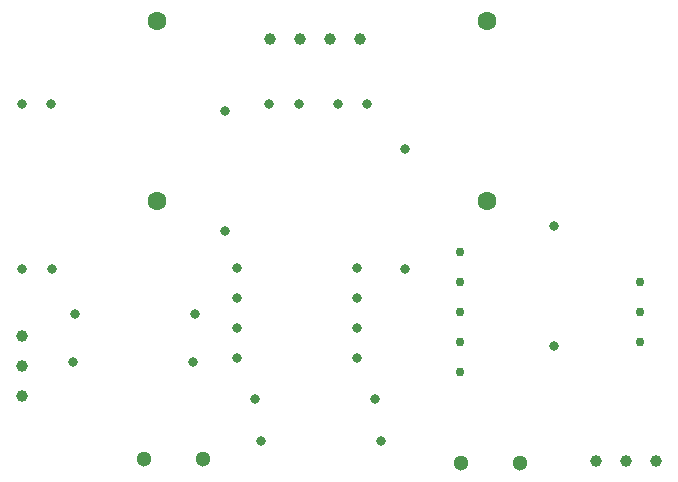
<source format=gbr>
%TF.GenerationSoftware,KiCad,Pcbnew,8.0.1*%
%TF.CreationDate,2024-09-12T20:00:03-03:00*%
%TF.ProjectId,monitor_solar_v2,6d6f6e69-746f-4725-9f73-6f6c61725f76,rev?*%
%TF.SameCoordinates,PX602d950PY4d2bdc0*%
%TF.FileFunction,Plated,1,2,PTH,Drill*%
%TF.FilePolarity,Positive*%
%FSLAX46Y46*%
G04 Gerber Fmt 4.6, Leading zero omitted, Abs format (unit mm)*
G04 Created by KiCad (PCBNEW 8.0.1) date 2024-09-12 20:00:03*
%MOMM*%
%LPD*%
G01*
G04 APERTURE LIST*
%TA.AperFunction,ComponentDrill*%
%ADD10C,0.762000*%
%TD*%
%TA.AperFunction,ComponentDrill*%
%ADD11C,0.800000*%
%TD*%
%TA.AperFunction,ComponentDrill*%
%ADD12C,1.000000*%
%TD*%
%TA.AperFunction,ComponentDrill*%
%ADD13C,1.300000*%
%TD*%
%TA.AperFunction,ComponentDrill*%
%ADD14C,1.600000*%
%TD*%
G04 APERTURE END LIST*
D10*
%TO.C,U1*%
X40965000Y23280000D03*
X40965000Y20740000D03*
X40965000Y18200000D03*
X40965000Y15660000D03*
X40965000Y13120000D03*
X56205000Y20740000D03*
X56205000Y18200000D03*
X56205000Y15660000D03*
D11*
%TO.C,C5*%
X3900113Y35835000D03*
%TO.C,C4*%
X3925000Y21865000D03*
%TO.C,C5*%
X6400113Y35835000D03*
%TO.C,C4*%
X6425000Y21865000D03*
%TO.C,R2*%
X8270000Y13980000D03*
%TO.C,R1*%
X8370000Y18055000D03*
%TO.C,R2*%
X18430000Y13980000D03*
%TO.C,R1*%
X18530000Y18055000D03*
%TO.C,R4*%
X21070000Y35200000D03*
X21070000Y25040000D03*
%TO.C,U4*%
X22130000Y21880000D03*
X22130000Y19340000D03*
X22130000Y16800000D03*
X22130000Y14260000D03*
%TO.C,R10*%
X23610000Y10816000D03*
%TO.C,R11*%
X24118000Y7260000D03*
%TO.C,C2*%
X24855113Y35835000D03*
X27355113Y35835000D03*
%TO.C,C1*%
X30659888Y35835000D03*
%TO.C,U4*%
X32290000Y21880000D03*
X32290000Y19340000D03*
X32290000Y16800000D03*
X32290000Y14260000D03*
%TO.C,C1*%
X33159888Y35835000D03*
%TO.C,R10*%
X33770000Y10816000D03*
%TO.C,R11*%
X34278000Y7260000D03*
%TO.C,R3*%
X36310000Y32025000D03*
X36310000Y21865000D03*
%TO.C,R9*%
X48935000Y25450000D03*
X48935000Y15290000D03*
D12*
%TO.C,J2*%
X3925000Y16150000D03*
X3925000Y13610000D03*
X3925000Y11070000D03*
%TO.C,J4*%
X24950000Y41320000D03*
X27490000Y41320000D03*
X30030000Y41320000D03*
X32570000Y41320000D03*
%TO.C,J5*%
X52505000Y5560000D03*
X55045000Y5560000D03*
X57585000Y5560000D03*
D13*
%TO.C,J1*%
X14225000Y5755000D03*
X19225000Y5755000D03*
%TO.C,J3*%
X41125000Y5420000D03*
X46125000Y5420000D03*
D14*
%TO.C,D2*%
X15355000Y42820000D03*
X15355000Y27580000D03*
%TO.C,D1*%
X43295000Y42820000D03*
X43295000Y27580000D03*
M02*

</source>
